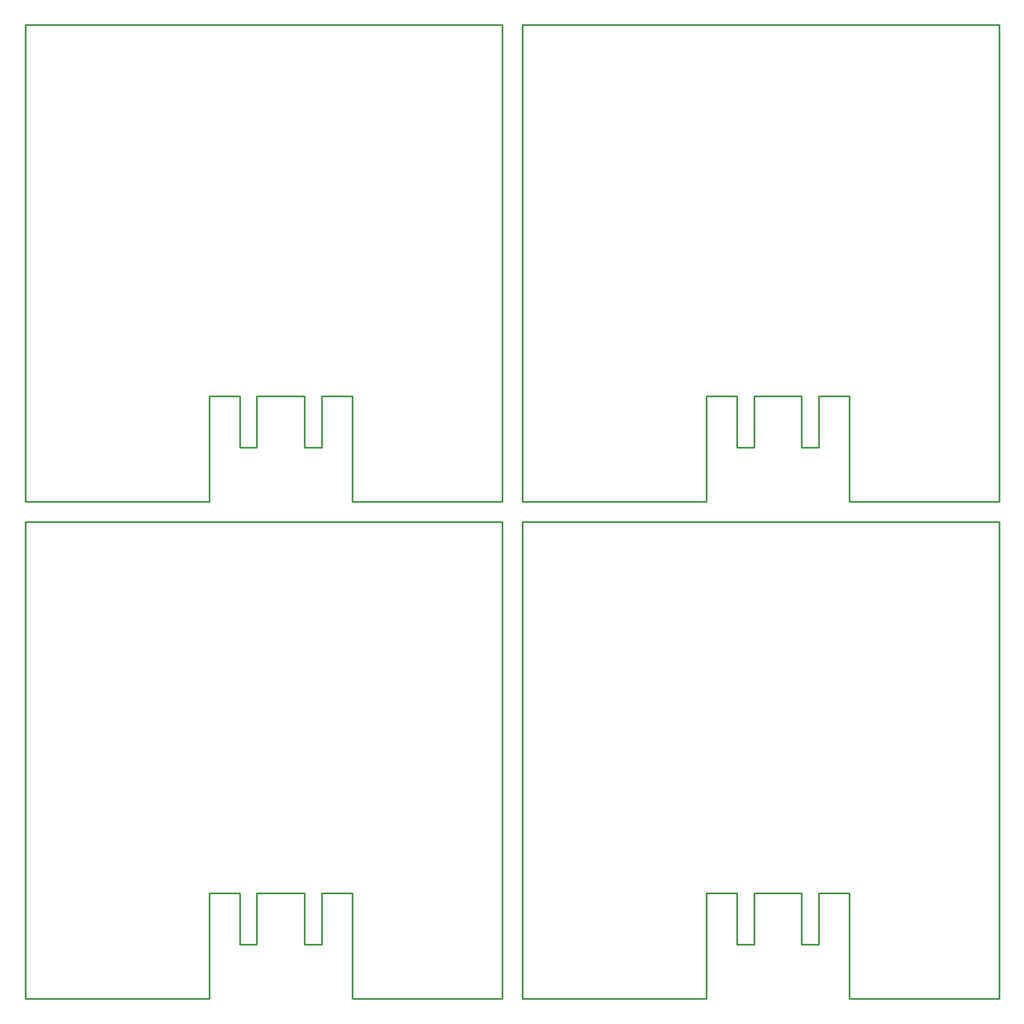
<source format=gko>
G04 Layer_Color=16711935*
%FSAX44Y44*%
%MOMM*%
G71*
G01*
G75*
%ADD57C,0.2540*%
D57*
X00287874Y00298139D02*
Y00998139D01*
X00987874D01*
Y00298139D01*
X00767874D01*
Y00453139D01*
X00722874D01*
Y00378139D01*
X00697874D01*
Y00453139D01*
X00627874D01*
Y00378139D01*
X00602874D01*
Y00453139D01*
X00557874D01*
Y00298139D01*
X00287874D01*
X01017874D02*
Y00998139D01*
X01717874D01*
Y00298139D01*
X01497874D01*
Y00453139D01*
X01452874D01*
Y00378139D01*
X01427874D01*
Y00453139D01*
X01357874D01*
Y00378139D01*
X01332874D01*
Y00453139D01*
X01287874D01*
Y00298139D01*
X01017874D01*
X01717874Y01028139D02*
Y01728139D01*
X01017874D01*
Y01028139D01*
X01287874D01*
Y01183139D01*
X01332874D01*
Y01108139D01*
X01357874D01*
Y01183139D01*
X01427874D01*
Y01108139D01*
X01452874D01*
Y01183139D01*
X01497874D01*
Y01028139D01*
X01717874D01*
X00987874Y01728139D02*
Y01028139D01*
X00767874D01*
Y01183139D01*
X00722874D01*
Y01108139D01*
X00697874D01*
Y01183139D01*
X00627874D01*
Y01108139D01*
X00602874D01*
Y01183139D01*
X00557874D01*
Y01028139D01*
X00287874D01*
Y01728139D01*
X00987874D01*
M02*

</source>
